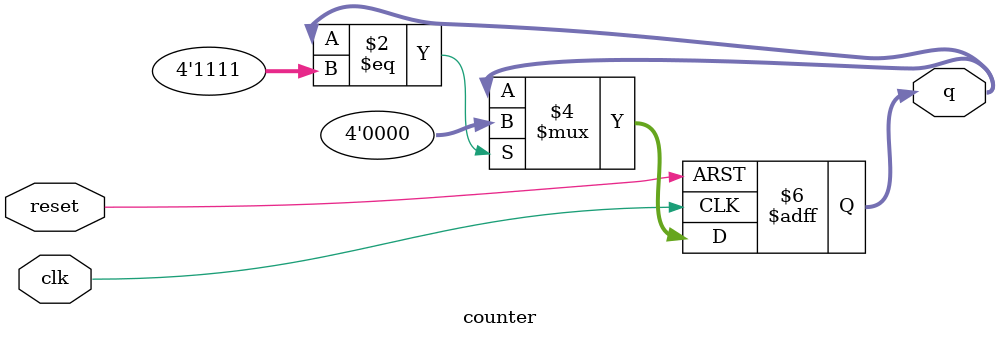
<source format=v>
module counter( 
    input clk,
    input reset,
    output reg [3:0] q
); 
// update q on the positive edge of the clock according to the following cases:
// on reset, assign q to 1
// else if q is 12, assign q to 1
// else, increment q by 1 
always @(posedge clk or posedge reset) 
begin 
	if ( reset ) 
	begin 
	q = 4'b0000; 
	end 
	//else if ( q == 4'b0110 ) 
	//	begin 
	//	q = 4'b0000; 
	//	end 
	else if ( q == 4'b1111 ) 
	begin 
	q = 4'b0000; 
	end 
	//else 
	//	begin 
	//	q = q + 1; 
	//	end 
end 
endmodule

</source>
